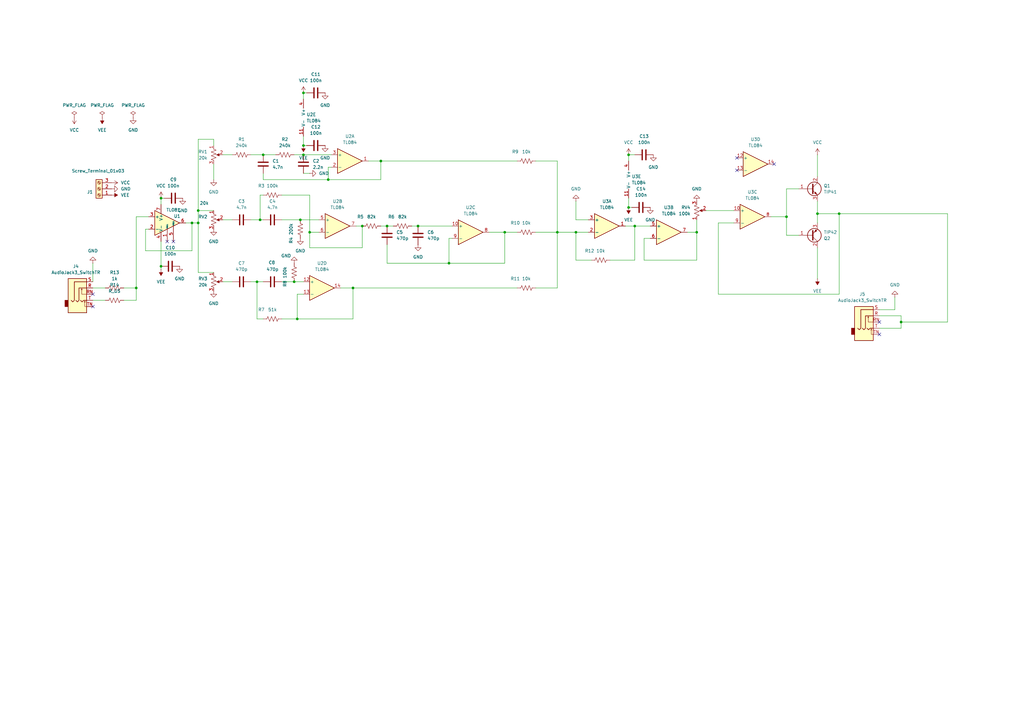
<source format=kicad_sch>
(kicad_sch (version 20250114) (generator "eeschema") (generator_version "9.0")
  (paper "A3")
  (lib_symbols
    (symbol "Amplifier_Operational:TL081" (pin_names (offset 0.127))
      (property "Reference" "U" (at 0 6.35 0))
      (property "Value" "TL081" (at 0 3.81 0))
      (symbol "TL081_0_1"
        (polyline (pts (xy -5.08 5.08) (xy 5.08 0) (xy -5.08 -5.08) (xy -5.08 5.08)) (stroke (width 0.254)) (fill (type background)))
      )
      (symbol "TL081_1_1"
        (pin input line (at -7.62 2.54 0) (length 2.54) (name "+") (number "3"))
        (pin input line (at -7.62 -2.54 0) (length 2.54) (name "-") (number "2"))
        (pin power_in line (at -2.54 7.62 270) (length 3.81) (name "V+") (number "7"))
        (pin power_in line (at -2.54 -7.62 90) (length 3.81) (name "V-") (number "4"))
        (pin no_connect line (at 0 2.54 270) (length 2.54) (hide yes) (name "NC") (number "8"))
        (pin input line (at 0 -7.62 90) (length 5.08) (name "NULL") (number "1"))
        (pin input line (at 2.54 -7.62 90) (length 6.35) (name "NULL") (number "5"))
        (pin output line (at 7.62 0 180) (length 2.54) (name "~") (number "6"))
      )
    )
    (symbol "Amplifier_Operational:TL084" (pin_names (offset 0.127))
      (property "Reference" "U" (at 0 5.08 0))
      (property "Value" "TL084" (at 0 -5.08 0))
      (symbol "TL084_1_1"
        (polyline (pts (xy -5.08 5.08) (xy 5.08 0) (xy -5.08 -5.08) (xy -5.08 5.08)) (stroke (width 0.254)) (fill (type background)))
        (pin input line (at -7.62 2.54 0) (length 2.54) (name "+") (number "3"))
        (pin input line (at -7.62 -2.54 0) (length 2.54) (name "-") (number "2"))
        (pin output line (at 7.62 0 180) (length 2.54) (name "~") (number "1"))
      )
      (symbol "TL084_2_1"
        (polyline (pts (xy -5.08 5.08) (xy 5.08 0) (xy -5.08 -5.08) (xy -5.08 5.08)) (stroke (width 0.254)) (fill (type background)))
        (pin input line (at -7.62 2.54 0) (length 2.54) (name "+") (number "5"))
        (pin input line (at -7.62 -2.54 0) (length 2.54) (name "-") (number "6"))
        (pin output line (at 7.62 0 180) (length 2.54) (name "~") (number "7"))
      )
      (symbol "TL084_3_1"
        (polyline (pts (xy -5.08 5.08) (xy 5.08 0) (xy -5.08 -5.08) (xy -5.08 5.08)) (stroke (width 0.254)) (fill (type background)))
        (pin input line (at -7.62 2.54 0) (length 2.54) (name "+") (number "10"))
        (pin input line (at -7.62 -2.54 0) (length 2.54) (name "-") (number "9"))
        (pin output line (at 7.62 0 180) (length 2.54) (name "~") (number "8"))
      )
      (symbol "TL084_4_1"
        (polyline (pts (xy -5.08 5.08) (xy 5.08 0) (xy -5.08 -5.08) (xy -5.08 5.08)) (stroke (width 0.254)) (fill (type background)))
        (pin input line (at -7.62 2.54 0) (length 2.54) (name "+") (number "12"))
        (pin input line (at -7.62 -2.54 0) (length 2.54) (name "-") (number "13"))
        (pin output line (at 7.62 0 180) (length 2.54) (name "~") (number "14"))
      )
      (symbol "TL084_5_1"
        (pin power_in line (at -2.54 7.62 270) (length 3.81) (name "V+") (number "4"))
        (pin power_in line (at -2.54 -7.62 90) (length 3.81) (name "V-") (number "11"))
      )
    )
    (symbol "Connector:Screw_Terminal_01x03" (pin_names (offset 1.016) (hide yes))
      (property "Reference" "J" (at 0 5.08 0))
      (property "Value" "Screw_Terminal_01x03" (at 0 -5.08 0))
      (symbol "Screw_Terminal_01x03_1_1"
        (rectangle (start -1.27 3.81) (end 1.27 -3.81) (stroke (width 0.254)) (fill (type background)))
        (polyline (pts (xy -0.5334 2.8702) (xy 0.3302 2.032)) (stroke (width 0.1524)))
        (polyline (pts (xy -0.5334 0.3302) (xy 0.3302 -0.508)) (stroke (width 0.1524)))
        (polyline (pts (xy -0.5334 -2.2098) (xy 0.3302 -3.048)) (stroke (width 0.1524)))
        (polyline (pts (xy -0.3556 3.048) (xy 0.508 2.2098)) (stroke (width 0.1524)))
        (polyline (pts (xy -0.3556 0.508) (xy 0.508 -0.3302)) (stroke (width 0.1524)))
        (polyline (pts (xy -0.3556 -2.032) (xy 0.508 -2.8702)) (stroke (width 0.1524)))
        (circle (center 0 2.54) (radius 0.635) (stroke (width 0.1524)))
        (circle (center 0 0) (radius 0.635) (stroke (width 0.1524)))
        (circle (center 0 -2.54) (radius 0.635) (stroke (width 0.1524)))
        (pin passive line (at -5.08 2.54 0) (length 3.81) (name "Pin_1") (number "1"))
        (pin passive line (at -5.08 0 0) (length 3.81) (name "Pin_2") (number "2"))
        (pin passive line (at -5.08 -2.54 0) (length 3.81) (name "Pin_3") (number "3"))
      )
    )
    (symbol "Connector_Audio:AudioJack3_SwitchTR"
      (property "Reference" "J" (at 0 8.89 0))
      (property "Value" "AudioJack3_SwitchTR" (at 0 6.35 0))
      (symbol "AudioJack3_SwitchTR_0_1"
        (rectangle (start -5.08 -5.08) (end -6.35 -7.62) (stroke (width 0.254)) (fill (type outline)))
        (polyline (pts (xy -1.905 -5.08) (xy -1.27 -5.715) (xy -0.635 -5.08) (xy -0.635 0) (xy 2.54 0)) (stroke (width 0.254)))
        (polyline (pts (xy 0 -5.08) (xy 0.635 -5.715) (xy 1.27 -5.08) (xy 2.54 -5.08)) (stroke (width 0.254)))
        (polyline (pts (xy 0.508 -0.254) (xy 0.762 -0.762)))
        (polyline (pts (xy 1.778 -5.334) (xy 2.032 -5.842)))
        (rectangle (start 2.54 3.81) (end -5.08 -10.16) (stroke (width 0.254)) (fill (type background)))
        (polyline (pts (xy 2.54 2.54) (xy -2.54 2.54) (xy -2.54 -5.08) (xy -3.175 -5.715) (xy -3.81 -5.08)) (stroke (width 0.254)))
        (polyline (pts (xy 2.54 -2.54) (xy 0.508 -2.54) (xy 0.508 -0.254) (xy 0.254 -0.762)))
        (polyline (pts (xy 2.54 -7.62) (xy 1.778 -7.62) (xy 1.778 -5.334) (xy 1.524 -5.842)))
      )
      (symbol "AudioJack3_SwitchTR_1_1"
        (pin passive line (at 5.08 2.54 180) (length 2.54) (name "~") (number "S"))
        (pin passive line (at 5.08 0 180) (length 2.54) (name "~") (number "R"))
        (pin passive line (at 5.08 -2.54 180) (length 2.54) (name "~") (number "RN"))
        (pin passive line (at 5.08 -5.08 180) (length 2.54) (name "~") (number "T"))
        (pin passive line (at 5.08 -7.62 180) (length 2.54) (name "~") (number "TN"))
      )
    )
    (symbol "Device:C" (pin_numbers (hide yes)) (pin_names (offset 0.254))
      (property "Reference" "C" (at 0.635 2.54 0))
      (property "Value" "C" (at 0.635 -2.54 0))
      (symbol "C_0_1"
        (polyline (pts (xy -2.032 0.762) (xy 2.032 0.762)) (stroke (width 0.508)))
        (polyline (pts (xy -2.032 -0.762) (xy 2.032 -0.762)) (stroke (width 0.508)))
      )
      (symbol "C_1_1"
        (pin passive line (at 0 3.81 270) (length 2.794) (name "~") (number "1"))
        (pin passive line (at 0 -3.81 90) (length 2.794) (name "~") (number "2"))
      )
    )
    (symbol "Device:R_Potentiometer_US" (pin_names (offset 1.016) (hide yes))
      (property "Reference" "RV" (at -4.445 0 90))
      (property "Value" "R_Potentiometer_US" (at -2.54 0 90))
      (symbol "R_Potentiometer_US_0_1"
        (polyline (pts (xy 0 2.54) (xy 0 2.286)))
        (polyline (pts (xy 0 2.286) (xy 1.016 1.905) (xy 0 1.524) (xy -1.016 1.143) (xy 0 0.762)))
        (polyline (pts (xy 0 0.762) (xy 1.016 0.381) (xy 0 0) (xy -1.016 -0.381) (xy 0 -0.762)))
        (polyline (pts (xy 0 -0.762) (xy 1.016 -1.143) (xy 0 -1.524) (xy -1.016 -1.905) (xy 0 -2.286)))
        (polyline (pts (xy 0 -2.286) (xy 0 -2.54)))
        (polyline (pts (xy 1.143 0) (xy 2.286 0.508) (xy 2.286 -0.508) (xy 1.143 0)) (fill (type outline)))
        (polyline (pts (xy 2.54 0) (xy 1.524 0)))
      )
      (symbol "R_Potentiometer_US_1_1"
        (pin passive line (at 0 3.81 270) (length 1.27) (name "1") (number "1"))
        (pin passive line (at 0 -3.81 90) (length 1.27) (name "3") (number "3"))
        (pin passive line (at 3.81 0 180) (length 1.27) (name "2") (number "2"))
      )
    )
    (symbol "Device:R_US" (pin_numbers (hide yes)) (pin_names (offset 0))
      (property "Reference" "R" (at 2.54 0 90))
      (property "Value" "R_US" (at -2.54 0 90))
      (symbol "R_US_0_1"
        (polyline (pts (xy 0 2.286) (xy 0 2.54)))
        (polyline (pts (xy 0 2.286) (xy 1.016 1.905) (xy 0 1.524) (xy -1.016 1.143) (xy 0 0.762)))
        (polyline (pts (xy 0 0.762) (xy 1.016 0.381) (xy 0 0) (xy -1.016 -0.381) (xy 0 -0.762)))
        (polyline (pts (xy 0 -0.762) (xy 1.016 -1.143) (xy 0 -1.524) (xy -1.016 -1.905) (xy 0 -2.286)))
        (polyline (pts (xy 0 -2.286) (xy 0 -2.54)))
      )
      (symbol "R_US_1_1"
        (pin passive line (at 0 3.81 270) (length 1.27) (name "~") (number "1"))
        (pin passive line (at 0 -3.81 90) (length 1.27) (name "~") (number "2"))
      )
    )
    (symbol "Transistor_BJT:TIP41" (pin_names (offset 0) (hide yes))
      (property "Reference" "Q" (at 6.35 1.905 0))
      (property "Value" "TIP41" (at 6.35 0 0))
      (symbol "TIP41_0_1"
        (polyline (pts (xy -2.54 0) (xy 0.635 0)))
        (polyline (pts (xy 0.635 1.905) (xy 0.635 -1.905)) (stroke (width 0.508)))
        (circle (center 1.27 0) (radius 2.8194) (stroke (width 0.254)))
      )
      (symbol "TIP41_1_1"
        (polyline (pts (xy 0.635 0.635) (xy 2.54 2.54)))
        (polyline (pts (xy 0.635 -0.635) (xy 2.54 -2.54)))
        (polyline (pts (xy 1.27 -1.778) (xy 1.778 -1.27) (xy 2.286 -2.286) (xy 1.27 -1.778)) (fill (type outline)))
        (pin input line (at -5.08 0 0) (length 2.54) (name "B") (number "1"))
        (pin passive line (at 2.54 5.08 270) (length 2.54) (name "C") (number "2"))
        (pin passive line (at 2.54 -5.08 90) (length 2.54) (name "E") (number "3"))
      )
    )
    (symbol "Transistor_BJT:TIP42" (pin_names (offset 0) (hide yes))
      (property "Reference" "Q" (at 6.35 1.905 0))
      (property "Value" "TIP42" (at 6.35 0 0))
      (symbol "TIP42_0_1"
        (polyline (pts (xy -2.54 0) (xy 0.635 0)))
        (polyline (pts (xy 0.635 1.905) (xy 0.635 -1.905)) (stroke (width 0.508)))
        (polyline (pts (xy 0.635 0.635) (xy 2.54 2.54)))
        (polyline (pts (xy 0.635 -0.635) (xy 2.54 -2.54)))
        (circle (center 1.27 0) (radius 2.8194) (stroke (width 0.254)))
        (polyline (pts (xy 2.286 -1.778) (xy 1.778 -2.286) (xy 1.27 -1.27) (xy 2.286 -1.778)) (fill (type outline)))
      )
      (symbol "TIP42_1_1"
        (pin input line (at -5.08 0 0) (length 2.54) (name "B") (number "1"))
        (pin passive line (at 2.54 5.08 270) (length 2.54) (name "C") (number "2"))
        (pin passive line (at 2.54 -5.08 90) (length 2.54) (name "E") (number "3"))
      )
    )
    (symbol "power:GND" (power) (pin_numbers (hide yes)) (pin_names (offset 0) (hide yes))
      (property "Value" "GND" (at 0 -3.81 0))
      (symbol "GND_0_1"
        (polyline (pts (xy 0 0) (xy 0 -1.27) (xy 1.27 -1.27) (xy 0 -2.54) (xy -1.27 -1.27) (xy 0 -1.27)))
      )
      (symbol "GND_1_1"
        (pin power_in line (at 0 0 270) (length 0) (name "~") (number "1"))
      )
    )
    (symbol "power:PWR_FLAG" (power) (pin_numbers (hide yes)) (pin_names (offset 0) (hide yes))
      (property "Value" "PWR_FLAG" (at 0 3.81 0))
      (symbol "PWR_FLAG_0_0"
        (pin power_out line (at 0 0 90) (length 0) (name "~") (number "1"))
      )
      (symbol "PWR_FLAG_0_1"
        (polyline (pts (xy 0 0) (xy 0 1.27) (xy -1.016 1.905) (xy 0 2.54) (xy 1.016 1.905) (xy 0 1.27)))
      )
    )
    (symbol "power:VCC" (power) (pin_numbers (hide yes)) (pin_names (offset 0) (hide yes))
      (property "Value" "VCC" (at 0 3.556 0))
      (symbol "VCC_0_1"
        (polyline (pts (xy -0.762 1.27) (xy 0 2.54)))
        (polyline (pts (xy 0 2.54) (xy 0.762 1.27)))
        (polyline (pts (xy 0 0) (xy 0 2.54)))
      )
      (symbol "VCC_1_1"
        (pin power_in line (at 0 0 90) (length 0) (name "~") (number "1"))
      )
    )
    (symbol "power:VEE" (power) (pin_numbers (hide yes)) (pin_names (offset 0) (hide yes))
      (property "Value" "VEE" (at 0 3.556 0))
      (symbol "VEE_0_1"
        (polyline (pts (xy 0 0) (xy 0 2.54)))
        (polyline (pts (xy 0.762 1.27) (xy -0.762 1.27) (xy 0 2.54) (xy 0.762 1.27)) (fill (type outline)))
      )
      (symbol "VEE_1_1"
        (pin power_in line (at 0 0 90) (length 0) (name "~") (number "1"))
      )
    )
  )
  (junction (at 66.04 81.28))
  (junction (at 105.41 115.57))
  (junction (at 144.78 118.11))
  (junction (at 124.46 59.69))
  (junction (at 81.28 86.36))
  (junction (at 236.22 95.25))
  (junction (at 207.01 95.25))
  (junction (at 257.81 63.5))
  (junction (at 55.88 118.11))
  (junction (at 369.57 132.08))
  (junction (at 285.75 95.25))
  (junction (at 344.17 87.63))
  (junction (at 228.6 95.25))
  (junction (at 106.68 90.17))
  (junction (at 257.81 85.09))
  (junction (at 184.15 107.95))
  (junction (at 156.21 66.04))
  (junction (at 107.95 63.5))
  (junction (at 260.35 92.71))
  (junction (at 322.58 88.9))
  (junction (at 158.75 92.71))
  (junction (at 121.92 130.81))
  (junction (at 81.28 91.44))
  (junction (at 127 95.25))
  (junction (at 124.46 38.1))
  (junction (at 134.62 73.66))
  (junction (at 123.19 90.17))
  (junction (at 171.45 92.71))
  (junction (at 66.04 109.22))
  (junction (at 120.65 115.57))
  (junction (at 78.74 91.44))
  (junction (at 335.28 87.63))
  (junction (at 148.59 92.71))
  (junction (at 124.46 63.5))
  (no_connect (at 360.68 137.16))
  (no_connect (at 38.1 125.73))
  (no_connect (at 71.12 99.06))
  (no_connect (at 360.68 132.08))
  (no_connect (at 302.26 69.85))
  (no_connect (at 38.1 120.65))
  (no_connect (at 302.26 64.77))
  (no_connect (at 68.58 99.06))
  (no_connect (at 317.5 67.31))
  (wire (pts (xy 285.75 106.68) (xy 285.75 95.25)))
  (wire (pts (xy 107.95 73.66) (xy 134.62 73.66)))
  (wire (pts (xy 260.35 106.68) (xy 260.35 92.71)))
  (wire (pts (xy 360.68 129.54) (xy 369.57 129.54)))
  (wire (pts (xy 115.57 130.81) (xy 121.92 130.81)))
  (wire (pts (xy 257.81 63.5) (xy 257.81 66.04)))
  (wire (pts (xy 300.99 91.44) (xy 294.64 91.44)))
  (wire (pts (xy 127 80.01) (xy 127 95.25)))
  (wire (pts (xy 367.03 127) (xy 360.68 127)))
  (wire (pts (xy 322.58 96.52) (xy 322.58 88.9)))
  (wire (pts (xy 106.68 80.01) (xy 106.68 90.17)))
  (wire (pts (xy 335.28 101.6) (xy 335.28 114.3)))
  (wire (pts (xy 91.44 115.57) (xy 95.25 115.57)))
  (wire (pts (xy 134.62 68.58) (xy 134.62 73.66)))
  (wire (pts (xy 127 95.25) (xy 127 101.6)))
  (wire (pts (xy 236.22 95.25) (xy 241.3 95.25)))
  (wire (pts (xy 388.62 132.08) (xy 388.62 87.63)))
  (wire (pts (xy 66.04 81.28) (xy 66.04 83.82)))
  (wire (pts (xy 78.74 91.44) (xy 81.28 91.44)))
  (wire (pts (xy 369.57 132.08) (xy 388.62 132.08)))
  (wire (pts (xy 76.2 91.44) (xy 78.74 91.44)))
  (wire (pts (xy 207.01 95.25) (xy 207.01 107.95)))
  (wire (pts (xy 87.63 59.69) (xy 87.63 57.15)))
  (wire (pts (xy 38.1 123.19) (xy 43.18 123.19)))
  (wire (pts (xy 156.21 92.71) (xy 158.75 92.71)))
  (wire (pts (xy 241.3 90.17) (xy 236.22 90.17)))
  (wire (pts (xy 102.87 63.5) (xy 107.95 63.5)))
  (wire (pts (xy 144.78 130.81) (xy 144.78 118.11)))
  (wire (pts (xy 335.28 87.63) (xy 335.28 91.44)))
  (wire (pts (xy 81.28 86.36) (xy 81.28 91.44)))
  (wire (pts (xy 207.01 107.95) (xy 184.15 107.95)))
  (wire (pts (xy 120.65 63.5) (xy 124.46 63.5)))
  (wire (pts (xy 120.65 115.57) (xy 124.46 115.57)))
  (wire (pts (xy 59.69 102.87) (xy 78.74 102.87)))
  (wire (pts (xy 55.88 123.19) (xy 55.88 118.11)))
  (wire (pts (xy 289.56 86.36) (xy 300.99 86.36)))
  (wire (pts (xy 367.03 121.92) (xy 367.03 127)))
  (wire (pts (xy 38.1 107.95) (xy 38.1 115.57)))
  (wire (pts (xy 50.8 123.19) (xy 55.88 123.19)))
  (wire (pts (xy 236.22 106.68) (xy 236.22 95.25)))
  (wire (pts (xy 219.71 95.25) (xy 228.6 95.25)))
  (wire (pts (xy 250.19 106.68) (xy 260.35 106.68)))
  (wire (pts (xy 158.75 107.95) (xy 184.15 107.95)))
  (wire (pts (xy 60.96 88.9) (xy 55.88 88.9)))
  (wire (pts (xy 316.23 88.9) (xy 322.58 88.9)))
  (wire (pts (xy 168.91 92.71) (xy 171.45 92.71)))
  (wire (pts (xy 55.88 118.11) (xy 50.8 118.11)))
  (wire (pts (xy 115.57 80.01) (xy 127 80.01)))
  (wire (pts (xy 200.66 95.25) (xy 207.01 95.25)))
  (wire (pts (xy 78.74 102.87) (xy 78.74 91.44)))
  (wire (pts (xy 135.89 68.58) (xy 134.62 68.58)))
  (wire (pts (xy 81.28 57.15) (xy 81.28 86.36)))
  (wire (pts (xy 139.7 118.11) (xy 144.78 118.11)))
  (wire (pts (xy 125.73 38.1) (xy 124.46 38.1)))
  (wire (pts (xy 127 71.12) (xy 124.46 71.12)))
  (wire (pts (xy 322.58 77.47) (xy 327.66 77.47)))
  (wire (pts (xy 184.15 97.79) (xy 185.42 97.79)))
  (wire (pts (xy 264.16 97.79) (xy 264.16 106.68)))
  (wire (pts (xy 91.44 63.5) (xy 95.25 63.5)))
  (wire (pts (xy 388.62 87.63) (xy 344.17 87.63)))
  (wire (pts (xy 105.41 115.57) (xy 107.95 115.57)))
  (wire (pts (xy 102.87 90.17) (xy 106.68 90.17)))
  (wire (pts (xy 369.57 134.62) (xy 360.68 134.62)))
  (wire (pts (xy 344.17 120.65) (xy 344.17 87.63)))
  (wire (pts (xy 60.96 93.98) (xy 59.69 93.98)))
  (wire (pts (xy 256.54 92.71) (xy 260.35 92.71)))
  (wire (pts (xy 124.46 63.5) (xy 135.89 63.5)))
  (wire (pts (xy 115.57 115.57) (xy 120.65 115.57)))
  (wire (pts (xy 335.28 87.63) (xy 344.17 87.63)))
  (wire (pts (xy 322.58 88.9) (xy 322.58 77.47)))
  (wire (pts (xy 219.71 66.04) (xy 228.6 66.04)))
  (wire (pts (xy 228.6 118.11) (xy 228.6 95.25)))
  (wire (pts (xy 156.21 66.04) (xy 212.09 66.04)))
  (wire (pts (xy 127 95.25) (xy 130.81 95.25)))
  (wire (pts (xy 257.81 85.09) (xy 259.08 85.09)))
  (wire (pts (xy 121.92 120.65) (xy 124.46 120.65)))
  (wire (pts (xy 266.7 97.79) (xy 264.16 97.79)))
  (wire (pts (xy 242.57 106.68) (xy 236.22 106.68)))
  (wire (pts (xy 228.6 95.25) (xy 236.22 95.25)))
  (wire (pts (xy 127 101.6) (xy 148.59 101.6)))
  (wire (pts (xy 38.1 118.11) (xy 43.18 118.11)))
  (wire (pts (xy 335.28 63.5) (xy 335.28 72.39)))
  (wire (pts (xy 369.57 129.54) (xy 369.57 132.08)))
  (wire (pts (xy 87.63 57.15) (xy 81.28 57.15)))
  (wire (pts (xy 105.41 115.57) (xy 105.41 130.81)))
  (wire (pts (xy 264.16 106.68) (xy 285.75 106.68)))
  (wire (pts (xy 91.44 90.17) (xy 95.25 90.17)))
  (wire (pts (xy 115.57 90.17) (xy 123.19 90.17)))
  (wire (pts (xy 369.57 132.08) (xy 369.57 134.62)))
  (wire (pts (xy 81.28 86.36) (xy 87.63 86.36)))
  (wire (pts (xy 171.45 92.71) (xy 185.42 92.71)))
  (wire (pts (xy 134.62 73.66) (xy 156.21 73.66)))
  (wire (pts (xy 102.87 115.57) (xy 105.41 115.57)))
  (wire (pts (xy 294.64 91.44) (xy 294.64 120.65)))
  (wire (pts (xy 260.35 63.5) (xy 257.81 63.5)))
  (wire (pts (xy 144.78 118.11) (xy 212.09 118.11)))
  (wire (pts (xy 125.73 59.69) (xy 124.46 59.69)))
  (wire (pts (xy 107.95 63.5) (xy 113.03 63.5)))
  (wire (pts (xy 124.46 59.69) (xy 124.46 55.88)))
  (wire (pts (xy 322.58 96.52) (xy 327.66 96.52)))
  (wire (pts (xy 285.75 90.17) (xy 285.75 95.25)))
  (wire (pts (xy 158.75 100.33) (xy 158.75 107.95)))
  (wire (pts (xy 67.31 81.28) (xy 66.04 81.28)))
  (wire (pts (xy 228.6 66.04) (xy 228.6 95.25)))
  (wire (pts (xy 219.71 118.11) (xy 228.6 118.11)))
  (wire (pts (xy 294.64 120.65) (xy 344.17 120.65)))
  (wire (pts (xy 124.46 38.1) (xy 124.46 40.64)))
  (wire (pts (xy 121.92 130.81) (xy 144.78 130.81)))
  (wire (pts (xy 81.28 91.44) (xy 81.28 111.76)))
  (wire (pts (xy 260.35 92.71) (xy 266.7 92.71)))
  (wire (pts (xy 107.95 71.12) (xy 107.95 73.66)))
  (wire (pts (xy 148.59 101.6) (xy 148.59 92.71)))
  (wire (pts (xy 107.95 80.01) (xy 106.68 80.01)))
  (wire (pts (xy 66.04 109.22) (xy 66.04 110.49)))
  (wire (pts (xy 123.19 90.17) (xy 130.81 90.17)))
  (wire (pts (xy 121.92 130.81) (xy 121.92 120.65)))
  (wire (pts (xy 66.04 99.06) (xy 66.04 109.22)))
  (wire (pts (xy 59.69 93.98) (xy 59.69 102.87)))
  (wire (pts (xy 106.68 90.17) (xy 107.95 90.17)))
  (wire (pts (xy 158.75 92.71) (xy 161.29 92.71)))
  (wire (pts (xy 281.94 95.25) (xy 285.75 95.25)))
  (wire (pts (xy 335.28 82.55) (xy 335.28 87.63)))
  (wire (pts (xy 107.95 130.81) (xy 105.41 130.81)))
  (wire (pts (xy 257.81 81.28) (xy 257.81 85.09)))
  (wire (pts (xy 87.63 67.31) (xy 87.63 73.66)))
  (wire (pts (xy 236.22 82.55) (xy 236.22 90.17)))
  (wire (pts (xy 55.88 88.9) (xy 55.88 118.11)))
  (wire (pts (xy 146.05 92.71) (xy 148.59 92.71)))
  (wire (pts (xy 87.63 111.76) (xy 81.28 111.76)))
  (wire (pts (xy 207.01 95.25) (xy 212.09 95.25)))
  (wire (pts (xy 151.13 66.04) (xy 156.21 66.04)))
  (wire (pts (xy 184.15 107.95) (xy 184.15 97.79)))
  (wire (pts (xy 156.21 73.66) (xy 156.21 66.04)))
  (symbol (lib_id "Amplifier_Operational:TL084") (at 138.43 92.71 0) (unit 2)
    (property "Reference" "U2" (at 138.43 82.55 0))
    (property "Value" "TL084" (at 138.43 85.09 0))
    (property "Footprint" "Package_DIP:DIP-14_W7.62mm" (effects (hide yes)))
    (property "Datasheet" "http://www.ti.com/lit/ds/symlink/tl081.pdf" (effects (hide yes)))
    (property "Description" "Quad JFET-Input Operational Amplifiers, DIP-14/SOIC-14/SSOP-14" (effects (hide yes)))
  )
  (symbol (lib_id "Device:C") (at 111.76 115.57 270) (unit 1)
    (property "Reference" "C8" (at 111.506 107.696 90))
    (property "Value" "470p" (at 111.76 110.49 90))
    (property "Footprint" "Capacitor_THT:C_Axial_L3.8mm_D2.6mm_P7.50mm_Horizontal" (effects (hide yes)))
    (property "Description" "Unpolarized capacitor" (effects (hide yes)))
  )
  (symbol (lib_id "power:VEE") (at 335.28 114.3 180) (unit 1)
    (property "Reference" "#PWR028" (effects (hide yes)))
    (property "Value" "VEE" (at 335.28 119.38 0))
    (property "Description" "Power symbol creates a global label with name \"VEE\"" (effects (hide yes)))
  )
  (symbol (lib_id "power:GND") (at 120.65 107.95 180) (unit 1)
    (property "Reference" "#PWR09" (effects (hide yes)))
    (property "Value" "GND" (at 117.348 104.902 0))
    (property "Description" "Power symbol creates a global label with name \"GND\" , ground" (effects (hide yes)))
  )
  (symbol (lib_id "Amplifier_Operational:TL084") (at 274.32 95.25 0) (unit 2)
    (property "Reference" "U3" (at 274.32 85.09 0))
    (property "Value" "TL084" (at 274.32 87.63 0))
    (property "Footprint" "Package_DIP:DIP-14_W7.62mm" (effects (hide yes)))
    (property "Datasheet" "http://www.ti.com/lit/ds/symlink/tl081.pdf" (effects (hide yes)))
    (property "Description" "Quad JFET-Input Operational Amplifiers, DIP-14/SOIC-14/SSOP-14" (effects (hide yes)))
  )
  (symbol (lib_id "power:VCC") (at 335.28 63.5 0) (unit 1)
    (property "Reference" "#PWR023" (effects (hide yes)))
    (property "Value" "VCC" (at 335.28 58.42 0))
    (property "Description" "Power symbol creates a global label with name \"VCC\"" (effects (hide yes)))
  )
  (symbol (lib_id "Device:R_US") (at 215.9 118.11 90) (unit 1)
    (property "Reference" "R11" (at 211.328 114.3 90))
    (property "Value" "10k" (at 215.9 114.3 90))
    (property "Footprint" "Resistor_THT:R_Axial_DIN0204_L3.6mm_D1.6mm_P5.08mm_Horizontal" (effects (hide yes)))
    (property "Description" "Resistor, US symbol" (effects (hide yes)))
  )
  (symbol (lib_id "Device:C") (at 99.06 115.57 270) (unit 1)
    (property "Reference" "C7" (at 99.06 107.95 90))
    (property "Value" "470p" (at 99.06 110.49 90))
    (property "Footprint" "Capacitor_THT:C_Axial_L3.8mm_D2.6mm_P7.50mm_Horizontal" (effects (hide yes)))
    (property "Description" "Unpolarized capacitor" (effects (hide yes)))
  )
  (symbol (lib_id "power:GND") (at 45.72 77.47 90) (unit 1)
    (property "Reference" "#PWR022" (effects (hide yes)))
    (property "Value" "GND" (at 49.53 77.4699 90) (effects (justify right)))
    (property "Description" "Power symbol creates a global label with name \"GND\" , ground" (effects (hide yes)))
  )
  (symbol (lib_id "Device:R_US") (at 111.76 130.81 90) (unit 1)
    (property "Reference" "R7" (at 107.188 127 90))
    (property "Value" "51k" (at 111.76 127 90))
    (property "Footprint" "Resistor_THT:R_Axial_DIN0204_L3.6mm_D1.6mm_P5.08mm_Horizontal" (effects (hide yes)))
    (property "Description" "Resistor, US symbol" (effects (hide yes)))
  )
  (symbol (lib_id "Device:C") (at 264.16 63.5 90) (unit 1)
    (property "Reference" "C13" (at 264.16 55.88 90))
    (property "Value" "100n" (at 264.16 58.42 90))
    (property "Footprint" "Capacitor_THT:C_Axial_L3.8mm_D2.6mm_P7.50mm_Horizontal" (effects (hide yes)))
    (property "Description" "Unpolarized capacitor" (effects (hide yes)))
  )
  (symbol (lib_id "power:GND") (at 54.61 48.26 0) (unit 1)
    (property "Reference" "#PWR031" (effects (hide yes)))
    (property "Value" "GND" (at 54.61 53.34 0))
    (property "Description" "Power symbol creates a global label with name \"GND\" , ground" (effects (hide yes)))
  )
  (symbol (lib_id "Device:C") (at 99.06 90.17 270) (unit 1)
    (property "Reference" "C3" (at 99.06 82.55 90))
    (property "Value" "4.7n" (at 99.06 85.09 90))
    (property "Footprint" "Capacitor_THT:C_Axial_L3.8mm_D2.6mm_P7.50mm_Horizontal" (effects (hide yes)))
    (property "Description" "Unpolarized capacitor" (effects (hide yes)))
  )
  (symbol (lib_id "Connector_Audio:AudioJack3_SwitchTR") (at 33.02 118.11 0) (unit 1)
    (property "Reference" "J4" (at 31.115 109.22 0))
    (property "Value" "AudioJack3_SwitchTR" (at 31.115 111.76 0))
    (property "Footprint" "Connector_Audio:Jack_3.5mm_CUI_SJ-3523-SMT_Horizontal" (effects (hide yes)))
    (property "Description" "Audio Jack, 3 Poles (Stereo / TRS), Switched TR Poles (Normalling)" (effects (hide yes)))
  )
  (symbol (lib_id "power:VCC") (at 124.46 38.1 0) (unit 1)
    (property "Reference" "#PWR020" (effects (hide yes)))
    (property "Value" "VCC" (at 124.46 33.02 0))
    (property "Description" "Power symbol creates a global label with name \"VCC\"" (effects (hide yes)))
  )
  (symbol (lib_id "power:GND") (at 87.63 119.38 0) (unit 1)
    (property "Reference" "#PWR05" (effects (hide yes)))
    (property "Value" "GND" (at 87.63 124.46 0))
    (property "Description" "Power symbol creates a global label with name \"GND\" , ground" (effects (hide yes)))
  )
  (symbol (lib_id "Device:C") (at 129.54 38.1 90) (unit 1)
    (property "Reference" "C11" (at 129.54 30.48 90))
    (property "Value" "100n" (at 129.54 33.02 90))
    (property "Footprint" "Capacitor_THT:C_Axial_L3.8mm_D2.6mm_P7.50mm_Horizontal" (effects (hide yes)))
    (property "Description" "Unpolarized capacitor" (effects (hide yes)))
  )
  (symbol (lib_id "power:PWR_FLAG") (at 41.91 48.26 0) (unit 1)
    (property "Reference" "#FLG02" (effects (hide yes)))
    (property "Value" "PWR_FLAG" (at 41.91 43.18 0))
    (property "Description" "Special symbol for telling ERC where power comes from" (effects (hide yes)))
  )
  (symbol (lib_id "Device:R_US") (at 120.65 111.76 180) (unit 1)
    (property "Reference" "R8" (at 116.84 116.332 90))
    (property "Value" "100k" (at 116.84 111.76 90))
    (property "Footprint" "Resistor_THT:R_Axial_DIN0204_L3.6mm_D1.6mm_P5.08mm_Horizontal" (effects (hide yes)))
    (property "Description" "Resistor, US symbol" (effects (hide yes)))
  )
  (symbol (lib_id "Amplifier_Operational:TL084") (at 260.35 73.66 0) (unit 5)
    (property "Reference" "U3" (at 259.08 72.3899 0) (effects (justify left)))
    (property "Value" "TL084" (at 259.08 74.9299 0) (effects (justify left)))
    (property "Footprint" "Package_DIP:DIP-14_W7.62mm" (effects (hide yes)))
    (property "Datasheet" "http://www.ti.com/lit/ds/symlink/tl081.pdf" (effects (hide yes)))
    (property "Description" "Quad JFET-Input Operational Amplifiers, DIP-14/SOIC-14/SSOP-14" (effects (hide yes)))
  )
  (symbol (lib_id "Device:R_US") (at 46.99 118.11 90) (unit 1)
    (property "Reference" "R13" (at 46.99 111.76 90))
    (property "Value" "1k" (at 46.99 114.3 90))
    (property "Footprint" "Resistor_THT:R_Axial_DIN0204_L3.6mm_D1.6mm_P5.08mm_Horizontal" (effects (hide yes)))
    (property "Description" "Resistor, US symbol" (effects (hide yes)))
  )
  (symbol (lib_id "power:GND") (at 123.19 97.79 0) (unit 1)
    (property "Reference" "#PWR07" (effects (hide yes)))
    (property "Value" "GND" (at 123.19 102.87 0))
    (property "Description" "Power symbol creates a global label with name \"GND\" , ground" (effects (hide yes)))
  )
  (symbol (lib_id "power:GND") (at 73.66 109.22 0) (unit 1)
    (property "Reference" "#PWR014" (effects (hide yes)))
    (property "Value" "GND" (at 73.66 114.3 0))
    (property "Description" "Power symbol creates a global label with name \"GND\" , ground" (effects (hide yes)))
  )
  (symbol (lib_id "Connector_Audio:AudioJack3_SwitchTR") (at 355.6 129.54 0) (unit 1)
    (property "Reference" "J5" (at 353.695 120.65 0))
    (property "Value" "AudioJack3_SwitchTR" (at 353.695 123.19 0))
    (property "Footprint" "Connector_Audio:Jack_3.5mm_CUI_SJ-3523-SMT_Horizontal" (effects (hide yes)))
    (property "Description" "Audio Jack, 3 Poles (Stereo / TRS), Switched TR Poles (Normalling)" (effects (hide yes)))
  )
  (symbol (lib_id "Transistor_BJT:TIP41") (at 332.74 77.47 0) (unit 1)
    (property "Reference" "Q1" (at 337.82 76.1999 0) (effects (justify left)))
    (property "Value" "TIP41" (at 337.82 78.7399 0) (effects (justify left)))
    (property "Footprint" "Package_TO_SOT_THT:TO-220-3_Vertical" (effects (hide yes)))
    (property "Datasheet" "https://www.centralsemi.com/get_document.php?cmp=1&mergetype=pd&mergepath=pd&pdf_id=tip41.PDF" (effects (hide yes)))
    (property "Description" "6A Ic, 40V Vce, Power NPN Transistor, TO-220" (effects (hide yes)))
  )
  (symbol (lib_id "Amplifier_Operational:TL081") (at 68.58 91.44 0) (unit 1)
    (property "Reference" "U1" (at 72.644 88.646 0))
    (property "Value" "TL081" (at 71.12 86.106 0))
    (property "Footprint" "Package_DIP:DIP-8_W7.62mm" (effects (hide yes)))
    (property "Datasheet" "http://www.ti.com/lit/ds/symlink/tl081.pdf" (effects (hide yes)))
    (property "Description" "Single JFET-Input Operational Amplifiers, DIP-8/SOIC-8" (effects (hide yes)))
  )
  (symbol (lib_id "Device:R_US") (at 111.76 80.01 90) (unit 1)
    (property "Reference" "R3" (at 107.188 76.2 90))
    (property "Value" "100k" (at 111.76 76.2 90))
    (property "Footprint" "Resistor_THT:R_Axial_DIN0204_L3.6mm_D1.6mm_P5.08mm_Horizontal" (effects (hide yes)))
    (property "Description" "Resistor, US symbol" (effects (hide yes)))
  )
  (symbol (lib_id "power:GND") (at 133.35 38.1 0) (unit 1)
    (property "Reference" "#PWR016" (effects (hide yes)))
    (property "Value" "GND" (at 133.35 43.18 0))
    (property "Description" "Power symbol creates a global label with name \"GND\" , ground" (effects (hide yes)))
  )
  (symbol (lib_id "power:VEE") (at 41.91 48.26 180) (unit 1)
    (property "Reference" "#PWR030" (effects (hide yes)))
    (property "Value" "VEE" (at 41.91 53.34 0))
    (property "Description" "Power symbol creates a global label with name \"VEE\"" (effects (hide yes)))
  )
  (symbol (lib_id "Device:R_US") (at 215.9 66.04 90) (unit 1)
    (property "Reference" "R9" (at 211.328 62.23 90))
    (property "Value" "10k" (at 215.9 62.23 90))
    (property "Footprint" "Resistor_THT:R_Axial_DIN0204_L3.6mm_D1.6mm_P5.08mm_Horizontal" (effects (hide yes)))
    (property "Description" "Resistor, US symbol" (effects (hide yes)))
  )
  (symbol (lib_id "power:GND") (at 87.63 73.66 0) (unit 1)
    (property "Reference" "#PWR02" (effects (hide yes)))
    (property "Value" "GND" (at 87.63 78.74 0))
    (property "Description" "Power symbol creates a global label with name \"GND\" , ground" (effects (hide yes)))
  )
  (symbol (lib_id "Device:C") (at 69.85 109.22 90) (unit 1)
    (property "Reference" "C10" (at 69.85 101.6 90))
    (property "Value" "100n" (at 69.85 104.14 90))
    (property "Footprint" "Capacitor_THT:C_Axial_L3.8mm_D2.6mm_P7.50mm_Horizontal" (effects (hide yes)))
    (property "Description" "Unpolarized capacitor" (effects (hide yes)))
  )
  (symbol (lib_id "Device:C") (at 107.95 67.31 180) (unit 1)
    (property "Reference" "C1" (at 111.76 66.0399 0) (effects (justify right)))
    (property "Value" "4.7n" (at 111.76 68.5799 0) (effects (justify right)))
    (property "Footprint" "Capacitor_THT:C_Axial_L3.8mm_D2.6mm_P7.50mm_Horizontal" (effects (hide yes)))
    (property "Description" "Unpolarized capacitor" (effects (hide yes)))
  )
  (symbol (lib_id "Device:C") (at 111.76 90.17 270) (unit 1)
    (property "Reference" "C4" (at 111.76 82.55 90))
    (property "Value" "4.7n" (at 111.76 85.09 90))
    (property "Footprint" "Capacitor_THT:C_Axial_L3.8mm_D2.6mm_P7.50mm_Horizontal" (effects (hide yes)))
    (property "Description" "Unpolarized capacitor" (effects (hide yes)))
  )
  (symbol (lib_id "Amplifier_Operational:TL084") (at 248.92 92.71 0) (unit 1)
    (property "Reference" "U3" (at 248.92 82.55 0))
    (property "Value" "TL084" (at 248.92 85.09 0))
    (property "Footprint" "Package_DIP:DIP-14_W7.62mm" (effects (hide yes)))
    (property "Datasheet" "http://www.ti.com/lit/ds/symlink/tl081.pdf" (effects (hide yes)))
    (property "Description" "Quad JFET-Input Operational Amplifiers, DIP-14/SOIC-14/SSOP-14" (effects (hide yes)))
  )
  (symbol (lib_id "Amplifier_Operational:TL084") (at 308.61 88.9 0) (unit 3)
    (property "Reference" "U3" (at 308.61 78.74 0))
    (property "Value" "TL084" (at 308.61 81.28 0))
    (property "Footprint" "Package_DIP:DIP-14_W7.62mm" (effects (hide yes)))
    (property "Datasheet" "http://www.ti.com/lit/ds/symlink/tl081.pdf" (effects (hide yes)))
    (property "Description" "Quad JFET-Input Operational Amplifiers, DIP-14/SOIC-14/SSOP-14" (effects (hide yes)))
  )
  (symbol (lib_id "Device:R_US") (at 165.1 92.71 90) (unit 1)
    (property "Reference" "R6" (at 160.528 88.9 90))
    (property "Value" "82k" (at 165.1 88.9 90))
    (property "Footprint" "Resistor_THT:R_Axial_DIN0204_L3.6mm_D1.6mm_P5.08mm_Horizontal" (effects (hide yes)))
    (property "Description" "Resistor, US symbol" (effects (hide yes)))
  )
  (symbol (lib_id "Device:R_US") (at 215.9 95.25 90) (unit 1)
    (property "Reference" "R10" (at 211.328 91.44 90))
    (property "Value" "10k" (at 215.9 91.44 90))
    (property "Footprint" "Resistor_THT:R_Axial_DIN0204_L3.6mm_D1.6mm_P5.08mm_Horizontal" (effects (hide yes)))
    (property "Description" "Resistor, US symbol" (effects (hide yes)))
  )
  (symbol (lib_id "power:PWR_FLAG") (at 54.61 48.26 0) (unit 1)
    (property "Reference" "#FLG03" (effects (hide yes)))
    (property "Value" "PWR_FLAG" (at 54.61 43.18 0))
    (property "Description" "Special symbol for telling ERC where power comes from" (effects (hide yes)))
  )
  (symbol (lib_id "power:VEE") (at 124.46 59.69 180) (unit 1)
    (property "Reference" "#PWR027" (effects (hide yes)))
    (property "Value" "VEE" (at 124.46 64.77 0))
    (property "Description" "Power symbol creates a global label with name \"VEE\"" (effects (hide yes)))
  )
  (symbol (lib_id "power:GND") (at 87.63 93.98 0) (unit 1)
    (property "Reference" "#PWR04" (effects (hide yes)))
    (property "Value" "GND" (at 87.63 99.06 0))
    (property "Description" "Power symbol creates a global label with name \"GND\" , ground" (effects (hide yes)))
  )
  (symbol (lib_id "Device:R_US") (at 123.19 93.98 180) (unit 1)
    (property "Reference" "R4" (at 119.38 98.552 90))
    (property "Value" "200k" (at 119.38 93.98 90))
    (property "Footprint" "Resistor_THT:R_Axial_DIN0204_L3.6mm_D1.6mm_P5.08mm_Horizontal" (effects (hide yes)))
    (property "Description" "Resistor, US symbol" (effects (hide yes)))
  )
  (symbol (lib_id "Device:R_US") (at 246.38 106.68 90) (unit 1)
    (property "Reference" "R12" (at 241.808 102.87 90))
    (property "Value" "10k" (at 246.38 102.87 90))
    (property "Footprint" "Resistor_THT:R_Axial_DIN0204_L3.6mm_D1.6mm_P5.08mm_Horizontal" (effects (hide yes)))
    (property "Description" "Resistor, US symbol" (effects (hide yes)))
  )
  (symbol (lib_id "Device:C") (at 171.45 96.52 180) (unit 1)
    (property "Reference" "C6" (at 175.26 95.2499 0) (effects (justify right)))
    (property "Value" "470p" (at 175.26 97.7899 0) (effects (justify right)))
    (property "Footprint" "Capacitor_THT:C_Axial_L3.8mm_D2.6mm_P7.50mm_Horizontal" (effects (hide yes)))
    (property "Description" "Unpolarized capacitor" (effects (hide yes)))
  )
  (symbol (lib_id "Device:R_Potentiometer_US") (at 285.75 86.36 0) (mirror x) (unit 1)
    (property "Reference" "RV4" (at 283.21 85.0899 0) (effects (justify right)))
    (property "Value" "100k" (at 283.21 87.6299 0) (effects (justify right)))
    (property "Footprint" "Potentiometer_THT:Potentiometer_Alps_RK163_Single_Horizontal" (effects (hide yes)))
    (property "Description" "Potentiometer, US symbol" (effects (hide yes)))
  )
  (symbol (lib_id "Device:R_US") (at 46.99 123.19 90) (unit 1)
    (property "Reference" "R14" (at 46.99 116.84 90))
    (property "Value" "R_US" (at 46.99 119.38 90))
    (property "Footprint" "Resistor_THT:R_Axial_DIN0204_L3.6mm_D1.6mm_P5.08mm_Horizontal" (effects (hide yes)))
    (property "Description" "Resistor, US symbol" (effects (hide yes)))
  )
  (symbol (lib_id "power:VCC") (at 257.81 63.5 0) (unit 1)
    (property "Reference" "#PWR021" (effects (hide yes)))
    (property "Value" "VCC" (at 257.81 58.42 0))
    (property "Description" "Power symbol creates a global label with name \"VCC\"" (effects (hide yes)))
  )
  (symbol (lib_id "Amplifier_Operational:TL084") (at 127 48.26 0) (unit 5)
    (property "Reference" "U2" (at 125.73 46.9899 0) (effects (justify left)))
    (property "Value" "TL084" (at 125.73 49.5299 0) (effects (justify left)))
    (property "Footprint" "Package_DIP:DIP-14_W7.62mm" (effects (hide yes)))
    (property "Datasheet" "http://www.ti.com/lit/ds/symlink/tl081.pdf" (effects (hide yes)))
    (property "Description" "Quad JFET-Input Operational Amplifiers, DIP-14/SOIC-14/SSOP-14" (effects (hide yes)))
  )
  (symbol (lib_id "power:GND") (at 127 71.12 90) (unit 1)
    (property "Reference" "#PWR06" (effects (hide yes)))
    (property "Value" "GND" (at 130.81 71.1199 90) (effects (justify right)))
    (property "Description" "Power symbol creates a global label with name \"GND\" , ground" (effects (hide yes)))
  )
  (symbol (lib_id "power:PWR_FLAG") (at 30.48 48.26 0) (unit 1)
    (property "Reference" "#FLG01" (effects (hide yes)))
    (property "Value" "PWR_FLAG" (at 30.48 43.18 0))
    (property "Description" "Special symbol for telling ERC where power comes from" (effects (hide yes)))
  )
  (symbol (lib_id "power:GND") (at 236.22 82.55 180) (unit 1)
    (property "Reference" "#PWR010" (effects (hide yes)))
    (property "Value" "GND" (at 236.22 77.47 0))
    (property "Description" "Power symbol creates a global label with name \"GND\" , ground" (effects (hide yes)))
  )
  (symbol (lib_id "power:GND") (at 267.97 63.5 0) (unit 1)
    (property "Reference" "#PWR018" (effects (hide yes)))
    (property "Value" "GND" (at 267.97 68.58 0))
    (property "Description" "Power symbol creates a global label with name \"GND\" , ground" (effects (hide yes)))
  )
  (symbol (lib_id "power:VEE") (at 257.81 85.09 180) (unit 1)
    (property "Reference" "#PWR026" (effects (hide yes)))
    (property "Value" "VEE" (at 257.81 90.17 0))
    (property "Description" "Power symbol creates a global label with name \"VEE\"" (effects (hide yes)))
  )
  (symbol (lib_id "Device:R_Potentiometer_US") (at 87.63 115.57 0) (unit 1)
    (property "Reference" "RV3" (at 85.09 114.2999 0) (effects (justify right)))
    (property "Value" "20k" (at 85.09 116.8399 0) (effects (justify right)))
    (property "Footprint" "Potentiometer_THT:Potentiometer_Alps_RK163_Single_Horizontal" (effects (hide yes)))
    (property "Description" "Potentiometer, US symbol" (effects (hide yes)))
  )
  (symbol (lib_id "Device:C") (at 71.12 81.28 90) (unit 1)
    (property "Reference" "C9" (at 71.12 73.66 90))
    (property "Value" "100n" (at 71.12 76.2 90))
    (property "Footprint" "Capacitor_THT:C_Axial_L3.8mm_D2.6mm_P7.50mm_Horizontal" (effects (hide yes)))
    (property "Description" "Unpolarized capacitor" (effects (hide yes)))
  )
  (symbol (lib_id "Device:R_Potentiometer_US") (at 87.63 90.17 0) (unit 1)
    (property "Reference" "RV2" (at 85.09 88.8999 0) (effects (justify right)))
    (property "Value" "20k" (at 85.598 83.312 0) (effects (justify right)))
    (property "Footprint" "Potentiometer_THT:Potentiometer_Alps_RK163_Single_Horizontal" (effects (hide yes)))
    (property "Description" "Potentiometer, US symbol" (effects (hide yes)))
  )
  (symbol (lib_id "Device:R_Potentiometer_US") (at 87.63 63.5 0) (unit 1)
    (property "Reference" "RV1" (at 85.09 62.2299 0) (effects (justify right)))
    (property "Value" "20k" (at 85.09 64.7699 0) (effects (justify right)))
    (property "Footprint" "Potentiometer_THT:Potentiometer_Alps_RK163_Single_Horizontal" (effects (hide yes)))
    (property "Description" "Potentiometer, US symbol" (effects (hide yes)))
  )
  (symbol (lib_id "Device:R_US") (at 152.4 92.71 90) (unit 1)
    (property "Reference" "R5" (at 147.828 88.9 90))
    (property "Value" "82k" (at 152.4 88.9 90))
    (property "Footprint" "Resistor_THT:R_Axial_DIN0204_L3.6mm_D1.6mm_P5.08mm_Horizontal" (effects (hide yes)))
    (property "Description" "Resistor, US symbol" (effects (hide yes)))
  )
  (symbol (lib_id "power:VEE") (at 45.72 80.01 270) (unit 1)
    (property "Reference" "#PWR024" (effects (hide yes)))
    (property "Value" "VEE" (at 49.53 80.0099 90) (effects (justify left)))
    (property "Description" "Power symbol creates a global label with name \"VEE\"" (effects (hide yes)))
  )
  (symbol (lib_id "Amplifier_Operational:TL084") (at 132.08 118.11 0) (unit 4)
    (property "Reference" "U2" (at 132.08 107.95 0))
    (property "Value" "TL084" (at 132.08 110.49 0))
    (property "Footprint" "Package_DIP:DIP-14_W7.62mm" (effects (hide yes)))
    (property "Datasheet" "http://www.ti.com/lit/ds/symlink/tl081.pdf" (effects (hide yes)))
    (property "Description" "Quad JFET-Input Operational Amplifiers, DIP-14/SOIC-14/SSOP-14" (effects (hide yes)))
  )
  (symbol (lib_id "power:VCC") (at 66.04 81.28 0) (unit 1)
    (property "Reference" "#PWR019" (effects (hide yes)))
    (property "Value" "VCC" (at 66.04 76.2 0))
    (property "Description" "Power symbol creates a global label with name \"VCC\"" (effects (hide yes)))
  )
  (symbol (lib_id "power:VCC") (at 45.72 74.93 270) (unit 1)
    (property "Reference" "#PWR012" (effects (hide yes)))
    (property "Value" "VCC" (at 49.53 74.9299 90) (effects (justify left)))
    (property "Description" "Power symbol creates a global label with name \"VCC\"" (effects (hide yes)))
  )
  (symbol (lib_id "Device:R_US") (at 99.06 63.5 90) (unit 1)
    (property "Reference" "R1" (at 99.06 57.15 90))
    (property "Value" "240k" (at 99.06 59.69 90))
    (property "Footprint" "Resistor_THT:R_Axial_DIN0204_L3.6mm_D1.6mm_P5.08mm_Horizontal" (effects (hide yes)))
    (property "Description" "Resistor, US symbol" (effects (hide yes)))
  )
  (symbol (lib_id "power:GND") (at 266.7 85.09 0) (unit 1)
    (property "Reference" "#PWR017" (effects (hide yes)))
    (property "Value" "GND" (at 266.7 90.17 0))
    (property "Description" "Power symbol creates a global label with name \"GND\" , ground" (effects (hide yes)))
  )
  (symbol (lib_id "power:GND") (at 38.1 107.95 180) (unit 1)
    (property "Reference" "#PWR03" (effects (hide yes)))
    (property "Value" "GND" (at 38.1 102.87 0))
    (property "Description" "Power symbol creates a global label with name \"GND\" , ground" (effects (hide yes)))
  )
  (symbol (lib_id "Device:C") (at 124.46 67.31 180) (unit 1)
    (property "Reference" "C2" (at 128.27 66.0399 0) (effects (justify right)))
    (property "Value" "2.2n" (at 128.27 68.5799 0) (effects (justify right)))
    (property "Footprint" "Capacitor_THT:C_Axial_L3.8mm_D2.6mm_P7.50mm_Horizontal" (effects (hide yes)))
    (property "Description" "Unpolarized capacitor" (effects (hide yes)))
  )
  (symbol (lib_id "Transistor_BJT:TIP42") (at 332.74 96.52 0) (mirror x) (unit 1)
    (property "Reference" "Q2" (at 337.82 97.7901 0) (effects (justify left)))
    (property "Value" "TIP42" (at 337.82 95.2501 0) (effects (justify left)))
    (property "Footprint" "Package_TO_SOT_THT:TO-220-3_Vertical" (effects (hide yes)))
    (property "Datasheet" "https://www.centralsemi.com/get_document.php?cmp=1&mergetype=pd&mergepath=pd&pdf_id=TIP42.PDF" (effects (hide yes)))
    (property "Description" "-6A Ic, -40V Vce, Power PNP Transistor, TO-220" (effects (hide yes)))
  )
  (symbol (lib_id "power:GND") (at 133.35 59.69 0) (unit 1)
    (property "Reference" "#PWR015" (effects (hide yes)))
    (property "Value" "GND" (at 133.35 64.77 0))
    (property "Description" "Power symbol creates a global label with name \"GND\" , ground" (effects (hide yes)))
  )
  (symbol (lib_id "Device:R_US") (at 116.84 63.5 90) (unit 1)
    (property "Reference" "R2" (at 116.84 57.15 90))
    (property "Value" "240k" (at 116.84 59.69 90))
    (property "Footprint" "Resistor_THT:R_Axial_DIN0204_L3.6mm_D1.6mm_P5.08mm_Horizontal" (effects (hide yes)))
    (property "Description" "Resistor, US symbol" (effects (hide yes)))
  )
  (symbol (lib_id "Amplifier_Operational:TL084") (at 143.51 66.04 0) (unit 1)
    (property "Reference" "U2" (at 143.51 55.88 0))
    (property "Value" "TL084" (at 143.51 58.42 0))
    (property "Footprint" "Package_DIP:DIP-14_W7.62mm" (effects (hide yes)))
    (property "Datasheet" "http://www.ti.com/lit/ds/symlink/tl081.pdf" (effects (hide yes)))
    (property "Description" "Quad JFET-Input Operational Amplifiers, DIP-14/SOIC-14/SSOP-14" (effects (hide yes)))
  )
  (symbol (lib_id "Device:C") (at 129.54 59.69 90) (unit 1)
    (property "Reference" "C12" (at 129.54 52.07 90))
    (property "Value" "100n" (at 129.54 54.61 90))
    (property "Footprint" "Capacitor_THT:C_Axial_L3.8mm_D2.6mm_P7.50mm_Horizontal" (effects (hide yes)))
    (property "Description" "Unpolarized capacitor" (effects (hide yes)))
  )
  (symbol (lib_id "Device:C") (at 158.75 96.52 180) (unit 1)
    (property "Reference" "C5" (at 162.56 95.2499 0) (effects (justify right)))
    (property "Value" "470p" (at 162.56 97.7899 0) (effects (justify right)))
    (property "Footprint" "Capacitor_THT:C_Axial_L3.8mm_D2.6mm_P7.50mm_Horizontal" (effects (hide yes)))
    (property "Description" "Unpolarized capacitor" (effects (hide yes)))
  )
  (symbol (lib_id "power:GND") (at 74.93 81.28 0) (unit 1)
    (property "Reference" "#PWR013" (effects (hide yes)))
    (property "Value" "GND" (at 74.93 86.36 0))
    (property "Description" "Power symbol creates a global label with name \"GND\" , ground" (effects (hide yes)))
  )
  (symbol (lib_id "power:VEE") (at 66.04 110.49 180) (unit 1)
    (property "Reference" "#PWR025" (effects (hide yes)))
    (property "Value" "VEE" (at 66.04 115.57 0))
    (property "Description" "Power symbol creates a global label with name \"VEE\"" (effects (hide yes)))
  )
  (symbol (lib_id "power:GND") (at 171.45 100.33 0) (unit 1)
    (property "Reference" "#PWR08" (effects (hide yes)))
    (property "Value" "GND" (at 171.45 105.41 0))
    (property "Description" "Power symbol creates a global label with name \"GND\" , ground" (effects (hide yes)))
  )
  (symbol (lib_id "Amplifier_Operational:TL084") (at 309.88 67.31 0) (unit 4)
    (property "Reference" "U3" (at 309.88 57.15 0))
    (property "Value" "TL084" (at 309.88 59.69 0))
    (property "Datasheet" "http://www.ti.com/lit/ds/symlink/tl081.pdf" (effects (hide yes)))
    (property "Description" "Quad JFET-Input Operational Amplifiers, DIP-14/SOIC-14/SSOP-14" (effects (hide yes)))
  )
  (symbol (lib_id "Connector:Screw_Terminal_01x03") (at 40.64 77.47 180) (unit 1)
    (property "Reference" "J1" (at 38.1 78.7401 0) (effects (justify left)))
    (property "Value" "Screw_Terminal_01x03" (at 51.054 70.104 0) (effects (justify left)))
    (property "Footprint" "TerminalBlock_Phoenix:TerminalBlock_Phoenix_MPT-0,5-3-2.54_1x03_P2.54mm_Horizontal" (effects (hide yes)))
    (property "Description" "Generic screw terminal, single row, 01x03, script generated (kicad-library-utils/schlib/autogen/connector/)" (effects (hide yes)))
  )
  (symbol (lib_id "Device:C") (at 262.89 85.09 90) (unit 1)
    (property "Reference" "C14" (at 262.89 77.47 90))
    (property "Value" "100n" (at 262.89 80.01 90))
    (property "Footprint" "Capacitor_THT:C_Axial_L3.8mm_D2.6mm_P7.50mm_Horizontal" (effects (hide yes)))
    (property "Description" "Unpolarized capacitor" (effects (hide yes)))
  )
  (symbol (lib_id "power:VCC") (at 30.48 48.26 180) (unit 1)
    (property "Reference" "#PWR029" (effects (hide yes)))
    (property "Value" "VCC" (at 30.48 53.34 0))
    (property "Description" "Power symbol creates a global label with name \"VCC\"" (effects (hide yes)))
  )
  (symbol (lib_id "power:GND") (at 367.03 121.92 180) (unit 1)
    (property "Reference" "#PWR01" (effects (hide yes)))
    (property "Value" "GND" (at 367.03 116.84 0))
    (property "Description" "Power symbol creates a global label with name \"GND\" , ground" (effects (hide yes)))
  )
  (symbol (lib_id "power:GND") (at 285.75 82.55 180) (unit 1)
    (property "Reference" "#PWR011" (effects (hide yes)))
    (property "Value" "GND" (at 285.75 77.47 0))
    (property "Description" "Power symbol creates a global label with name \"GND\" , ground" (effects (hide yes)))
  )
  (symbol (lib_id "Amplifier_Operational:TL084") (at 193.04 95.25 0) (unit 3)
    (property "Reference" "U2" (at 193.04 85.09 0))
    (property "Value" "TL084" (at 193.04 87.63 0))
    (property "Footprint" "Package_DIP:DIP-14_W7.62mm" (effects (hide yes)))
    (property "Datasheet" "http://www.ti.com/lit/ds/symlink/tl081.pdf" (effects (hide yes)))
    (property "Description" "Quad JFET-Input Operational Amplifiers, DIP-14/SOIC-14/SSOP-14" (effects (hide yes)))
  )
)
</source>
